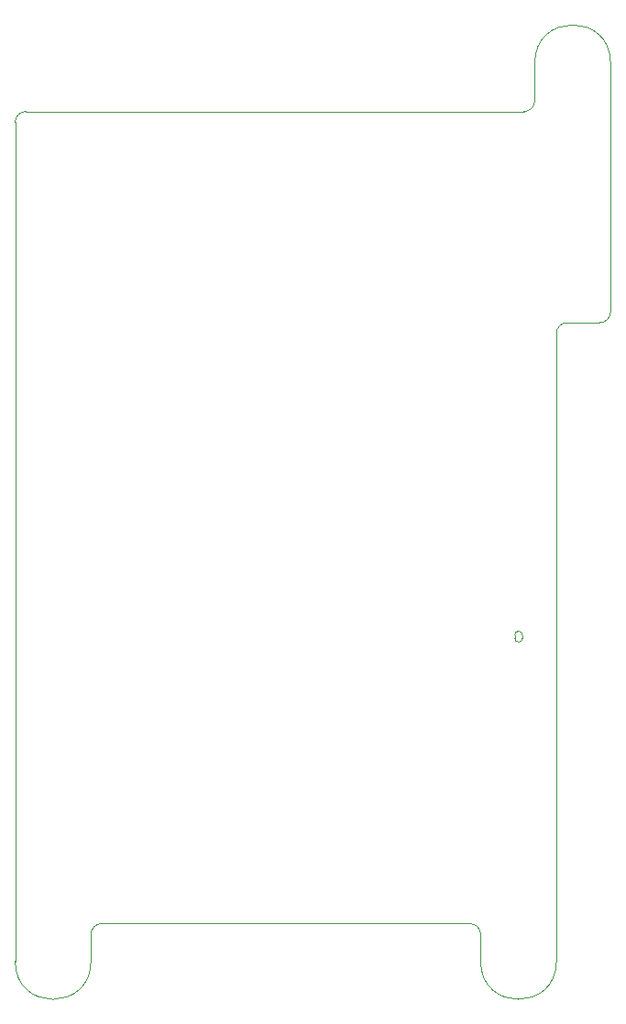
<source format=gbr>
%TF.GenerationSoftware,KiCad,Pcbnew,8.0.2-1*%
%TF.CreationDate,2024-11-11T16:17:41-08:00*%
%TF.ProjectId,Main_Board_V2,4d61696e-5f42-46f6-9172-645f56322e6b,rev?*%
%TF.SameCoordinates,Original*%
%TF.FileFunction,Profile,NP*%
%FSLAX46Y46*%
G04 Gerber Fmt 4.6, Leading zero omitted, Abs format (unit mm)*
G04 Created by KiCad (PCBNEW 8.0.2-1) date 2024-11-11 16:17:41*
%MOMM*%
%LPD*%
G01*
G04 APERTURE LIST*
%TA.AperFunction,Profile*%
%ADD10C,0.050000*%
%TD*%
%TA.AperFunction,Profile*%
%ADD11C,0.010000*%
%TD*%
G04 APERTURE END LIST*
D10*
X155000000Y-68500000D02*
G75*
G02*
X154000000Y-69500000I-1000000J0D01*
G01*
X107000000Y-128500000D02*
X107000000Y-126000000D01*
X154000000Y-69500000D02*
X151000000Y-69500000D01*
X100000000Y-128500000D02*
X100000000Y-125000000D01*
X142000000Y-125000000D02*
X108000000Y-125000000D01*
X100000000Y-51000000D02*
G75*
G02*
X101000000Y-50000000I1000000J0D01*
G01*
X147999999Y-48999999D02*
G75*
G02*
X146999999Y-49999999I-999999J-1D01*
G01*
X148000000Y-45500000D02*
X148000000Y-49000000D01*
X101000000Y-50000000D02*
X147000000Y-50000000D01*
X155000000Y-45500000D02*
X155000000Y-68500000D01*
X150000000Y-70500000D02*
X150000000Y-128500000D01*
X141999999Y-125000001D02*
G75*
G02*
X142999999Y-126000001I1J-999999D01*
G01*
X100000000Y-125000000D02*
X100000000Y-51000000D01*
X148000000Y-45500000D02*
G75*
G02*
X155000000Y-45500000I3500000J0D01*
G01*
X107000001Y-126000001D02*
G75*
G02*
X108000001Y-125000001I999999J1D01*
G01*
X107000000Y-128500000D02*
G75*
G02*
X100000000Y-128500000I-3500000J0D01*
G01*
X150000001Y-70500001D02*
G75*
G02*
X151000001Y-69500001I999999J1D01*
G01*
X143000000Y-128500000D02*
X143000000Y-126000000D01*
X150000000Y-128500000D02*
G75*
G02*
X143000000Y-128500000I-3500000J0D01*
G01*
D11*
%TO.C,J13*%
X146145000Y-98650000D02*
X146145000Y-98350000D01*
X146855000Y-98350000D02*
X146855000Y-98650000D01*
X146145000Y-98350000D02*
G75*
G02*
X146500000Y-97995000I355000J0D01*
G01*
X146500000Y-97995000D02*
G75*
G02*
X146855000Y-98350000I0J-355000D01*
G01*
X146500000Y-99005000D02*
G75*
G02*
X146145000Y-98650000I0J355000D01*
G01*
X146855000Y-98650000D02*
G75*
G02*
X146500000Y-99005000I-355000J0D01*
G01*
%TD*%
M02*

</source>
